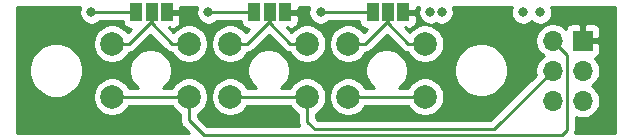
<source format=gbr>
%TF.GenerationSoftware,KiCad,Pcbnew,5.1.7-a382d34a8~88~ubuntu18.04.1*%
%TF.CreationDate,2021-06-06T23:34:09+02:00*%
%TF.ProjectId,button-board-6x6mm-3buttons,62757474-6f6e-42d6-926f-6172642d3678,v1r1*%
%TF.SameCoordinates,Original*%
%TF.FileFunction,Copper,L1,Top*%
%TF.FilePolarity,Positive*%
%FSLAX46Y46*%
G04 Gerber Fmt 4.6, Leading zero omitted, Abs format (unit mm)*
G04 Created by KiCad (PCBNEW 5.1.7-a382d34a8~88~ubuntu18.04.1) date 2021-06-06 23:34:09*
%MOMM*%
%LPD*%
G01*
G04 APERTURE LIST*
%TA.AperFunction,ComponentPad*%
%ADD10C,2.000000*%
%TD*%
%TA.AperFunction,ComponentPad*%
%ADD11O,1.700000X1.700000*%
%TD*%
%TA.AperFunction,ComponentPad*%
%ADD12R,1.700000X1.700000*%
%TD*%
%TA.AperFunction,SMDPad,CuDef*%
%ADD13R,1.000000X1.500000*%
%TD*%
%TA.AperFunction,ViaPad*%
%ADD14C,0.800000*%
%TD*%
%TA.AperFunction,Conductor*%
%ADD15C,0.250000*%
%TD*%
%TA.AperFunction,Conductor*%
%ADD16C,0.254000*%
%TD*%
%TA.AperFunction,Conductor*%
%ADD17C,0.100000*%
%TD*%
G04 APERTURE END LIST*
D10*
%TO.P,SW3,1*%
%TO.N,Net-(C3-Pad1)*%
X71750000Y-39750000D03*
%TO.P,SW3,2*%
%TO.N,Net-(C3-Pad2)*%
X71750000Y-44250000D03*
%TO.P,SW3,1*%
%TO.N,Net-(C3-Pad1)*%
X65250000Y-39750000D03*
%TO.P,SW3,2*%
%TO.N,Net-(C3-Pad2)*%
X65250000Y-44250000D03*
%TD*%
%TO.P,SW2,1*%
%TO.N,Net-(C2-Pad1)*%
X61750000Y-39750000D03*
%TO.P,SW2,2*%
%TO.N,Net-(C2-Pad2)*%
X61750000Y-44250000D03*
%TO.P,SW2,1*%
%TO.N,Net-(C2-Pad1)*%
X55250000Y-39750000D03*
%TO.P,SW2,2*%
%TO.N,Net-(C2-Pad2)*%
X55250000Y-44250000D03*
%TD*%
D11*
%TO.P,J1,6*%
%TO.N,Net-(C3-Pad2)*%
X82560000Y-44580000D03*
%TO.P,J1,5*%
%TO.N,GND*%
X85100000Y-44580000D03*
%TO.P,J1,4*%
%TO.N,Net-(C2-Pad2)*%
X82560000Y-42040000D03*
%TO.P,J1,3*%
%TO.N,Net-(J1-Pad3)*%
X85100000Y-42040000D03*
%TO.P,J1,2*%
%TO.N,Net-(C1-Pad2)*%
X82560000Y-39500000D03*
D12*
%TO.P,J1,1*%
%TO.N,VCC*%
X85100000Y-39500000D03*
%TD*%
D13*
%TO.P,JP3,1*%
%TO.N,GND*%
X67300000Y-37100000D03*
%TO.P,JP3,2*%
%TO.N,Net-(C3-Pad1)*%
X68600000Y-37100000D03*
%TO.P,JP3,3*%
%TO.N,VCC*%
X69900000Y-37100000D03*
%TD*%
%TO.P,JP2,1*%
%TO.N,GND*%
X57300000Y-37100000D03*
%TO.P,JP2,2*%
%TO.N,Net-(C2-Pad1)*%
X58600000Y-37100000D03*
%TO.P,JP2,3*%
%TO.N,VCC*%
X59900000Y-37100000D03*
%TD*%
%TO.P,JP1,1*%
%TO.N,GND*%
X47300000Y-37100000D03*
%TO.P,JP1,2*%
%TO.N,Net-(C1-Pad1)*%
X48600000Y-37100000D03*
%TO.P,JP1,3*%
%TO.N,VCC*%
X49900000Y-37100000D03*
%TD*%
D10*
%TO.P,SW1,1*%
%TO.N,Net-(C1-Pad1)*%
X51750000Y-39750000D03*
%TO.P,SW1,2*%
%TO.N,Net-(C1-Pad2)*%
X51750000Y-44250000D03*
%TO.P,SW1,1*%
%TO.N,Net-(C1-Pad1)*%
X45250000Y-39750000D03*
%TO.P,SW1,2*%
%TO.N,Net-(C1-Pad2)*%
X45250000Y-44250000D03*
%TD*%
D14*
%TO.N,GND*%
X62900000Y-37100000D03*
X53400000Y-37100000D03*
X43500000Y-37100000D03*
X81500000Y-37100000D03*
X80050000Y-37100000D03*
X73150000Y-37100000D03*
X72200000Y-37100000D03*
%TD*%
D15*
%TO.N,GND*%
X43500000Y-37100000D02*
X43500000Y-37100000D01*
X53500000Y-37100000D02*
X53500000Y-37100000D01*
X63800000Y-37100000D02*
X62900000Y-37100000D01*
X67300000Y-37100000D02*
X63800000Y-37100000D01*
X57300000Y-37100000D02*
X53400000Y-37100000D01*
X47300000Y-37100000D02*
X43500000Y-37100000D01*
%TO.N,Net-(C1-Pad2)*%
X45250000Y-44250000D02*
X51750000Y-44250000D01*
X83735001Y-47064999D02*
X83735001Y-40675001D01*
X83300000Y-47500000D02*
X83735001Y-47064999D01*
X83735001Y-40675001D02*
X82560000Y-39500000D01*
X53000000Y-47500000D02*
X83300000Y-47500000D01*
X51750000Y-46250000D02*
X53000000Y-47500000D01*
X51750000Y-44250000D02*
X51750000Y-46250000D01*
%TO.N,Net-(C1-Pad1)*%
X48600000Y-37814213D02*
X48600000Y-37100000D01*
X46664213Y-39750000D02*
X48600000Y-37814213D01*
X45250000Y-39750000D02*
X46664213Y-39750000D01*
X48600000Y-38014213D02*
X48600000Y-37100000D01*
X50335787Y-39750000D02*
X48600000Y-38014213D01*
X51750000Y-39750000D02*
X50335787Y-39750000D01*
%TO.N,Net-(C2-Pad2)*%
X55250000Y-44250000D02*
X61750000Y-44250000D01*
X61750000Y-44250000D02*
X61750000Y-46350000D01*
X61750000Y-46350000D02*
X62400000Y-47000000D01*
X77600000Y-47000000D02*
X82560000Y-42040000D01*
X62400000Y-47000000D02*
X77600000Y-47000000D01*
%TO.N,Net-(C2-Pad1)*%
X58600000Y-37814213D02*
X58600000Y-37100000D01*
X56664213Y-39750000D02*
X58600000Y-37814213D01*
X55250000Y-39750000D02*
X56664213Y-39750000D01*
X58600000Y-38014213D02*
X58600000Y-37100000D01*
X60335787Y-39750000D02*
X58600000Y-38014213D01*
X61750000Y-39750000D02*
X60335787Y-39750000D01*
%TO.N,Net-(C3-Pad2)*%
X65250000Y-44250000D02*
X71750000Y-44250000D01*
%TO.N,Net-(C3-Pad1)*%
X68600000Y-37814213D02*
X68600000Y-37100000D01*
X66664213Y-39750000D02*
X68600000Y-37814213D01*
X65250000Y-39750000D02*
X66664213Y-39750000D01*
X68600000Y-38014213D02*
X68600000Y-37100000D01*
X70335787Y-39750000D02*
X68600000Y-38014213D01*
X71750000Y-39750000D02*
X70335787Y-39750000D01*
%TD*%
D16*
%TO.N,VCC*%
X42504774Y-36798102D02*
X42465000Y-36998061D01*
X42465000Y-37201939D01*
X42504774Y-37401898D01*
X42582795Y-37590256D01*
X42696063Y-37759774D01*
X42840226Y-37903937D01*
X43009744Y-38017205D01*
X43198102Y-38095226D01*
X43398061Y-38135000D01*
X43601939Y-38135000D01*
X43801898Y-38095226D01*
X43990256Y-38017205D01*
X44159774Y-37903937D01*
X44203711Y-37860000D01*
X46162913Y-37860000D01*
X46174188Y-37974482D01*
X46210498Y-38094180D01*
X46269463Y-38204494D01*
X46348815Y-38301185D01*
X46445506Y-38380537D01*
X46555820Y-38439502D01*
X46675518Y-38475812D01*
X46800000Y-38488072D01*
X46851340Y-38488072D01*
X46564718Y-38774693D01*
X46519987Y-38707748D01*
X46292252Y-38480013D01*
X46024463Y-38301082D01*
X45726912Y-38177832D01*
X45411033Y-38115000D01*
X45088967Y-38115000D01*
X44773088Y-38177832D01*
X44475537Y-38301082D01*
X44207748Y-38480013D01*
X43980013Y-38707748D01*
X43801082Y-38975537D01*
X43677832Y-39273088D01*
X43615000Y-39588967D01*
X43615000Y-39911033D01*
X43677832Y-40226912D01*
X43801082Y-40524463D01*
X43980013Y-40792252D01*
X44207748Y-41019987D01*
X44475537Y-41198918D01*
X44773088Y-41322168D01*
X45088967Y-41385000D01*
X45411033Y-41385000D01*
X45726912Y-41322168D01*
X46024463Y-41198918D01*
X46292252Y-41019987D01*
X46519987Y-40792252D01*
X46698918Y-40524463D01*
X46705052Y-40509655D01*
X46813199Y-40499003D01*
X46956460Y-40455546D01*
X47088489Y-40384974D01*
X47204214Y-40290001D01*
X47228017Y-40260997D01*
X48500000Y-38989014D01*
X49771988Y-40261003D01*
X49795786Y-40290001D01*
X49824784Y-40313799D01*
X49911511Y-40384974D01*
X50043540Y-40455546D01*
X50186801Y-40499003D01*
X50294948Y-40509655D01*
X50301082Y-40524463D01*
X50480013Y-40792252D01*
X50707748Y-41019987D01*
X50975537Y-41198918D01*
X51273088Y-41322168D01*
X51588967Y-41385000D01*
X51911033Y-41385000D01*
X52226912Y-41322168D01*
X52524463Y-41198918D01*
X52792252Y-41019987D01*
X53019987Y-40792252D01*
X53198918Y-40524463D01*
X53322168Y-40226912D01*
X53385000Y-39911033D01*
X53385000Y-39588967D01*
X53322168Y-39273088D01*
X53198918Y-38975537D01*
X53019987Y-38707748D01*
X52792252Y-38480013D01*
X52524463Y-38301082D01*
X52226912Y-38177832D01*
X51911033Y-38115000D01*
X51588967Y-38115000D01*
X51273088Y-38177832D01*
X50975537Y-38301082D01*
X50707748Y-38480013D01*
X50480013Y-38707748D01*
X50435282Y-38774693D01*
X50027002Y-38366414D01*
X50027002Y-38326252D01*
X50185750Y-38485000D01*
X50400000Y-38488072D01*
X50524482Y-38475812D01*
X50644180Y-38439502D01*
X50754494Y-38380537D01*
X50851185Y-38301185D01*
X50930537Y-38204494D01*
X50989502Y-38094180D01*
X51025812Y-37974482D01*
X51038072Y-37850000D01*
X51035000Y-37385750D01*
X50876250Y-37227000D01*
X50027000Y-37227000D01*
X50027000Y-37247000D01*
X49773000Y-37247000D01*
X49773000Y-37227000D01*
X49753000Y-37227000D01*
X49753000Y-36973000D01*
X49773000Y-36973000D01*
X49773000Y-36953000D01*
X50027000Y-36953000D01*
X50027000Y-36973000D01*
X50876250Y-36973000D01*
X51035000Y-36814250D01*
X51036021Y-36660000D01*
X52461978Y-36660000D01*
X52404774Y-36798102D01*
X52365000Y-36998061D01*
X52365000Y-37201939D01*
X52404774Y-37401898D01*
X52482795Y-37590256D01*
X52596063Y-37759774D01*
X52740226Y-37903937D01*
X52909744Y-38017205D01*
X53098102Y-38095226D01*
X53298061Y-38135000D01*
X53501939Y-38135000D01*
X53701898Y-38095226D01*
X53890256Y-38017205D01*
X54059774Y-37903937D01*
X54103711Y-37860000D01*
X56162913Y-37860000D01*
X56174188Y-37974482D01*
X56210498Y-38094180D01*
X56269463Y-38204494D01*
X56348815Y-38301185D01*
X56445506Y-38380537D01*
X56555820Y-38439502D01*
X56675518Y-38475812D01*
X56800000Y-38488072D01*
X56851340Y-38488072D01*
X56564718Y-38774693D01*
X56519987Y-38707748D01*
X56292252Y-38480013D01*
X56024463Y-38301082D01*
X55726912Y-38177832D01*
X55411033Y-38115000D01*
X55088967Y-38115000D01*
X54773088Y-38177832D01*
X54475537Y-38301082D01*
X54207748Y-38480013D01*
X53980013Y-38707748D01*
X53801082Y-38975537D01*
X53677832Y-39273088D01*
X53615000Y-39588967D01*
X53615000Y-39911033D01*
X53677832Y-40226912D01*
X53801082Y-40524463D01*
X53980013Y-40792252D01*
X54207748Y-41019987D01*
X54475537Y-41198918D01*
X54773088Y-41322168D01*
X55088967Y-41385000D01*
X55411033Y-41385000D01*
X55726912Y-41322168D01*
X56024463Y-41198918D01*
X56292252Y-41019987D01*
X56519987Y-40792252D01*
X56698918Y-40524463D01*
X56705052Y-40509655D01*
X56813199Y-40499003D01*
X56956460Y-40455546D01*
X57088489Y-40384974D01*
X57204214Y-40290001D01*
X57228017Y-40260997D01*
X58500000Y-38989014D01*
X59771988Y-40261003D01*
X59795786Y-40290001D01*
X59824784Y-40313799D01*
X59911511Y-40384974D01*
X60043540Y-40455546D01*
X60186801Y-40499003D01*
X60294948Y-40509655D01*
X60301082Y-40524463D01*
X60480013Y-40792252D01*
X60707748Y-41019987D01*
X60975537Y-41198918D01*
X61273088Y-41322168D01*
X61588967Y-41385000D01*
X61911033Y-41385000D01*
X62226912Y-41322168D01*
X62524463Y-41198918D01*
X62792252Y-41019987D01*
X63019987Y-40792252D01*
X63198918Y-40524463D01*
X63322168Y-40226912D01*
X63385000Y-39911033D01*
X63385000Y-39588967D01*
X63322168Y-39273088D01*
X63198918Y-38975537D01*
X63019987Y-38707748D01*
X62792252Y-38480013D01*
X62524463Y-38301082D01*
X62226912Y-38177832D01*
X61911033Y-38115000D01*
X61588967Y-38115000D01*
X61273088Y-38177832D01*
X60975537Y-38301082D01*
X60707748Y-38480013D01*
X60480013Y-38707748D01*
X60435282Y-38774693D01*
X60027002Y-38366414D01*
X60027002Y-38326252D01*
X60185750Y-38485000D01*
X60400000Y-38488072D01*
X60524482Y-38475812D01*
X60644180Y-38439502D01*
X60754494Y-38380537D01*
X60851185Y-38301185D01*
X60930537Y-38204494D01*
X60989502Y-38094180D01*
X61025812Y-37974482D01*
X61038072Y-37850000D01*
X61035000Y-37385750D01*
X60876250Y-37227000D01*
X60027000Y-37227000D01*
X60027000Y-37247000D01*
X59773000Y-37247000D01*
X59773000Y-37227000D01*
X59753000Y-37227000D01*
X59753000Y-36973000D01*
X59773000Y-36973000D01*
X59773000Y-36953000D01*
X60027000Y-36953000D01*
X60027000Y-36973000D01*
X60876250Y-36973000D01*
X61035000Y-36814250D01*
X61036021Y-36660000D01*
X61961978Y-36660000D01*
X61904774Y-36798102D01*
X61865000Y-36998061D01*
X61865000Y-37201939D01*
X61904774Y-37401898D01*
X61982795Y-37590256D01*
X62096063Y-37759774D01*
X62240226Y-37903937D01*
X62409744Y-38017205D01*
X62598102Y-38095226D01*
X62798061Y-38135000D01*
X63001939Y-38135000D01*
X63201898Y-38095226D01*
X63390256Y-38017205D01*
X63559774Y-37903937D01*
X63603711Y-37860000D01*
X66162913Y-37860000D01*
X66174188Y-37974482D01*
X66210498Y-38094180D01*
X66269463Y-38204494D01*
X66348815Y-38301185D01*
X66445506Y-38380537D01*
X66555820Y-38439502D01*
X66675518Y-38475812D01*
X66800000Y-38488072D01*
X66851340Y-38488072D01*
X66564718Y-38774693D01*
X66519987Y-38707748D01*
X66292252Y-38480013D01*
X66024463Y-38301082D01*
X65726912Y-38177832D01*
X65411033Y-38115000D01*
X65088967Y-38115000D01*
X64773088Y-38177832D01*
X64475537Y-38301082D01*
X64207748Y-38480013D01*
X63980013Y-38707748D01*
X63801082Y-38975537D01*
X63677832Y-39273088D01*
X63615000Y-39588967D01*
X63615000Y-39911033D01*
X63677832Y-40226912D01*
X63801082Y-40524463D01*
X63980013Y-40792252D01*
X64207748Y-41019987D01*
X64475537Y-41198918D01*
X64773088Y-41322168D01*
X65088967Y-41385000D01*
X65411033Y-41385000D01*
X65726912Y-41322168D01*
X66024463Y-41198918D01*
X66292252Y-41019987D01*
X66519987Y-40792252D01*
X66698918Y-40524463D01*
X66705052Y-40509655D01*
X66813199Y-40499003D01*
X66956460Y-40455546D01*
X67088489Y-40384974D01*
X67204214Y-40290001D01*
X67228017Y-40260997D01*
X68500000Y-38989014D01*
X69771988Y-40261003D01*
X69795786Y-40290001D01*
X69824784Y-40313799D01*
X69911511Y-40384974D01*
X70043540Y-40455546D01*
X70186801Y-40499003D01*
X70294948Y-40509655D01*
X70301082Y-40524463D01*
X70480013Y-40792252D01*
X70707748Y-41019987D01*
X70975537Y-41198918D01*
X71273088Y-41322168D01*
X71588967Y-41385000D01*
X71911033Y-41385000D01*
X72226912Y-41322168D01*
X72524463Y-41198918D01*
X72792252Y-41019987D01*
X73019987Y-40792252D01*
X73198918Y-40524463D01*
X73322168Y-40226912D01*
X73385000Y-39911033D01*
X73385000Y-39588967D01*
X73322168Y-39273088D01*
X73198918Y-38975537D01*
X73019987Y-38707748D01*
X72792252Y-38480013D01*
X72524463Y-38301082D01*
X72226912Y-38177832D01*
X71911033Y-38115000D01*
X71588967Y-38115000D01*
X71273088Y-38177832D01*
X70975537Y-38301082D01*
X70707748Y-38480013D01*
X70480013Y-38707748D01*
X70435282Y-38774693D01*
X70027002Y-38366414D01*
X70027002Y-38326252D01*
X70185750Y-38485000D01*
X70400000Y-38488072D01*
X70524482Y-38475812D01*
X70644180Y-38439502D01*
X70754494Y-38380537D01*
X70851185Y-38301185D01*
X70930537Y-38204494D01*
X70989502Y-38094180D01*
X71025812Y-37974482D01*
X71038072Y-37850000D01*
X71035000Y-37385750D01*
X70876250Y-37227000D01*
X70027000Y-37227000D01*
X70027000Y-37247000D01*
X69773000Y-37247000D01*
X69773000Y-37227000D01*
X69753000Y-37227000D01*
X69753000Y-36973000D01*
X69773000Y-36973000D01*
X69773000Y-36953000D01*
X70027000Y-36953000D01*
X70027000Y-36973000D01*
X70876250Y-36973000D01*
X71035000Y-36814250D01*
X71036021Y-36660000D01*
X71261978Y-36660000D01*
X71204774Y-36798102D01*
X71165000Y-36998061D01*
X71165000Y-37201939D01*
X71204774Y-37401898D01*
X71282795Y-37590256D01*
X71396063Y-37759774D01*
X71540226Y-37903937D01*
X71709744Y-38017205D01*
X71898102Y-38095226D01*
X72098061Y-38135000D01*
X72301939Y-38135000D01*
X72501898Y-38095226D01*
X72675000Y-38023524D01*
X72848102Y-38095226D01*
X73048061Y-38135000D01*
X73251939Y-38135000D01*
X73451898Y-38095226D01*
X73640256Y-38017205D01*
X73809774Y-37903937D01*
X73953937Y-37759774D01*
X74067205Y-37590256D01*
X74145226Y-37401898D01*
X74185000Y-37201939D01*
X74185000Y-36998061D01*
X74145226Y-36798102D01*
X74088022Y-36660000D01*
X79111978Y-36660000D01*
X79054774Y-36798102D01*
X79015000Y-36998061D01*
X79015000Y-37201939D01*
X79054774Y-37401898D01*
X79132795Y-37590256D01*
X79246063Y-37759774D01*
X79390226Y-37903937D01*
X79559744Y-38017205D01*
X79748102Y-38095226D01*
X79948061Y-38135000D01*
X80151939Y-38135000D01*
X80351898Y-38095226D01*
X80540256Y-38017205D01*
X80709774Y-37903937D01*
X80775000Y-37838711D01*
X80840226Y-37903937D01*
X81009744Y-38017205D01*
X81198102Y-38095226D01*
X81398061Y-38135000D01*
X81601939Y-38135000D01*
X81801898Y-38095226D01*
X81990256Y-38017205D01*
X82159774Y-37903937D01*
X82303937Y-37759774D01*
X82417205Y-37590256D01*
X82495226Y-37401898D01*
X82535000Y-37201939D01*
X82535000Y-36998061D01*
X82495226Y-36798102D01*
X82438022Y-36660000D01*
X87840000Y-36660000D01*
X87840001Y-47340000D01*
X84445778Y-47340000D01*
X84484004Y-47213985D01*
X84495001Y-47102332D01*
X84495001Y-47102323D01*
X84498677Y-47065000D01*
X84495001Y-47027677D01*
X84495001Y-45936753D01*
X84666842Y-46007932D01*
X84953740Y-46065000D01*
X85246260Y-46065000D01*
X85533158Y-46007932D01*
X85803411Y-45895990D01*
X86046632Y-45733475D01*
X86253475Y-45526632D01*
X86415990Y-45283411D01*
X86527932Y-45013158D01*
X86585000Y-44726260D01*
X86585000Y-44433740D01*
X86527932Y-44146842D01*
X86415990Y-43876589D01*
X86253475Y-43633368D01*
X86046632Y-43426525D01*
X85872240Y-43310000D01*
X86046632Y-43193475D01*
X86253475Y-42986632D01*
X86415990Y-42743411D01*
X86527932Y-42473158D01*
X86585000Y-42186260D01*
X86585000Y-41893740D01*
X86527932Y-41606842D01*
X86415990Y-41336589D01*
X86253475Y-41093368D01*
X86121620Y-40961513D01*
X86194180Y-40939502D01*
X86304494Y-40880537D01*
X86401185Y-40801185D01*
X86480537Y-40704494D01*
X86539502Y-40594180D01*
X86575812Y-40474482D01*
X86588072Y-40350000D01*
X86585000Y-39785750D01*
X86426250Y-39627000D01*
X85227000Y-39627000D01*
X85227000Y-39647000D01*
X84973000Y-39647000D01*
X84973000Y-39627000D01*
X84953000Y-39627000D01*
X84953000Y-39373000D01*
X84973000Y-39373000D01*
X84973000Y-38173750D01*
X85227000Y-38173750D01*
X85227000Y-39373000D01*
X86426250Y-39373000D01*
X86585000Y-39214250D01*
X86588072Y-38650000D01*
X86575812Y-38525518D01*
X86539502Y-38405820D01*
X86480537Y-38295506D01*
X86401185Y-38198815D01*
X86304494Y-38119463D01*
X86194180Y-38060498D01*
X86074482Y-38024188D01*
X85950000Y-38011928D01*
X85385750Y-38015000D01*
X85227000Y-38173750D01*
X84973000Y-38173750D01*
X84814250Y-38015000D01*
X84250000Y-38011928D01*
X84125518Y-38024188D01*
X84005820Y-38060498D01*
X83895506Y-38119463D01*
X83798815Y-38198815D01*
X83719463Y-38295506D01*
X83660498Y-38405820D01*
X83638487Y-38478380D01*
X83506632Y-38346525D01*
X83263411Y-38184010D01*
X82993158Y-38072068D01*
X82706260Y-38015000D01*
X82413740Y-38015000D01*
X82126842Y-38072068D01*
X81856589Y-38184010D01*
X81613368Y-38346525D01*
X81406525Y-38553368D01*
X81244010Y-38796589D01*
X81132068Y-39066842D01*
X81075000Y-39353740D01*
X81075000Y-39646260D01*
X81132068Y-39933158D01*
X81244010Y-40203411D01*
X81406525Y-40446632D01*
X81613368Y-40653475D01*
X81787760Y-40770000D01*
X81613368Y-40886525D01*
X81406525Y-41093368D01*
X81244010Y-41336589D01*
X81132068Y-41606842D01*
X81075000Y-41893740D01*
X81075000Y-42186260D01*
X81118790Y-42406408D01*
X77285199Y-46240000D01*
X62714802Y-46240000D01*
X62510000Y-46035199D01*
X62510000Y-45704909D01*
X62524463Y-45698918D01*
X62792252Y-45519987D01*
X63019987Y-45292252D01*
X63198918Y-45024463D01*
X63322168Y-44726912D01*
X63385000Y-44411033D01*
X63385000Y-44088967D01*
X63615000Y-44088967D01*
X63615000Y-44411033D01*
X63677832Y-44726912D01*
X63801082Y-45024463D01*
X63980013Y-45292252D01*
X64207748Y-45519987D01*
X64475537Y-45698918D01*
X64773088Y-45822168D01*
X65088967Y-45885000D01*
X65411033Y-45885000D01*
X65726912Y-45822168D01*
X66024463Y-45698918D01*
X66292252Y-45519987D01*
X66519987Y-45292252D01*
X66698918Y-45024463D01*
X66704909Y-45010000D01*
X70295091Y-45010000D01*
X70301082Y-45024463D01*
X70480013Y-45292252D01*
X70707748Y-45519987D01*
X70975537Y-45698918D01*
X71273088Y-45822168D01*
X71588967Y-45885000D01*
X71911033Y-45885000D01*
X72226912Y-45822168D01*
X72524463Y-45698918D01*
X72792252Y-45519987D01*
X73019987Y-45292252D01*
X73198918Y-45024463D01*
X73322168Y-44726912D01*
X73385000Y-44411033D01*
X73385000Y-44088967D01*
X73322168Y-43773088D01*
X73198918Y-43475537D01*
X73019987Y-43207748D01*
X72792252Y-42980013D01*
X72524463Y-42801082D01*
X72226912Y-42677832D01*
X71911033Y-42615000D01*
X71588967Y-42615000D01*
X71273088Y-42677832D01*
X70975537Y-42801082D01*
X70707748Y-42980013D01*
X70480013Y-43207748D01*
X70301082Y-43475537D01*
X70295091Y-43490000D01*
X69548109Y-43490000D01*
X69660940Y-43414609D01*
X69914609Y-43160940D01*
X70113916Y-42862656D01*
X70251201Y-42531221D01*
X70321188Y-42179371D01*
X70321188Y-41820629D01*
X70312415Y-41776521D01*
X74230979Y-41776521D01*
X74230979Y-42223479D01*
X74318176Y-42661849D01*
X74489220Y-43074785D01*
X74737536Y-43446417D01*
X75053583Y-43762464D01*
X75425215Y-44010780D01*
X75838151Y-44181824D01*
X76276521Y-44269021D01*
X76723479Y-44269021D01*
X77161849Y-44181824D01*
X77574785Y-44010780D01*
X77946417Y-43762464D01*
X78262464Y-43446417D01*
X78510780Y-43074785D01*
X78681824Y-42661849D01*
X78769021Y-42223479D01*
X78769021Y-41776521D01*
X78681824Y-41338151D01*
X78510780Y-40925215D01*
X78262464Y-40553583D01*
X77946417Y-40237536D01*
X77574785Y-39989220D01*
X77161849Y-39818176D01*
X76723479Y-39730979D01*
X76276521Y-39730979D01*
X75838151Y-39818176D01*
X75425215Y-39989220D01*
X75053583Y-40237536D01*
X74737536Y-40553583D01*
X74489220Y-40925215D01*
X74318176Y-41338151D01*
X74230979Y-41776521D01*
X70312415Y-41776521D01*
X70251201Y-41468779D01*
X70113916Y-41137344D01*
X69914609Y-40839060D01*
X69660940Y-40585391D01*
X69362656Y-40386084D01*
X69031221Y-40248799D01*
X68679371Y-40178812D01*
X68320629Y-40178812D01*
X67968779Y-40248799D01*
X67637344Y-40386084D01*
X67339060Y-40585391D01*
X67085391Y-40839060D01*
X66886084Y-41137344D01*
X66748799Y-41468779D01*
X66678812Y-41820629D01*
X66678812Y-42179371D01*
X66748799Y-42531221D01*
X66886084Y-42862656D01*
X67085391Y-43160940D01*
X67339060Y-43414609D01*
X67451891Y-43490000D01*
X66704909Y-43490000D01*
X66698918Y-43475537D01*
X66519987Y-43207748D01*
X66292252Y-42980013D01*
X66024463Y-42801082D01*
X65726912Y-42677832D01*
X65411033Y-42615000D01*
X65088967Y-42615000D01*
X64773088Y-42677832D01*
X64475537Y-42801082D01*
X64207748Y-42980013D01*
X63980013Y-43207748D01*
X63801082Y-43475537D01*
X63677832Y-43773088D01*
X63615000Y-44088967D01*
X63385000Y-44088967D01*
X63322168Y-43773088D01*
X63198918Y-43475537D01*
X63019987Y-43207748D01*
X62792252Y-42980013D01*
X62524463Y-42801082D01*
X62226912Y-42677832D01*
X61911033Y-42615000D01*
X61588967Y-42615000D01*
X61273088Y-42677832D01*
X60975537Y-42801082D01*
X60707748Y-42980013D01*
X60480013Y-43207748D01*
X60301082Y-43475537D01*
X60295091Y-43490000D01*
X59548109Y-43490000D01*
X59660940Y-43414609D01*
X59914609Y-43160940D01*
X60113916Y-42862656D01*
X60251201Y-42531221D01*
X60321188Y-42179371D01*
X60321188Y-41820629D01*
X60251201Y-41468779D01*
X60113916Y-41137344D01*
X59914609Y-40839060D01*
X59660940Y-40585391D01*
X59362656Y-40386084D01*
X59031221Y-40248799D01*
X58679371Y-40178812D01*
X58320629Y-40178812D01*
X57968779Y-40248799D01*
X57637344Y-40386084D01*
X57339060Y-40585391D01*
X57085391Y-40839060D01*
X56886084Y-41137344D01*
X56748799Y-41468779D01*
X56678812Y-41820629D01*
X56678812Y-42179371D01*
X56748799Y-42531221D01*
X56886084Y-42862656D01*
X57085391Y-43160940D01*
X57339060Y-43414609D01*
X57451891Y-43490000D01*
X56704909Y-43490000D01*
X56698918Y-43475537D01*
X56519987Y-43207748D01*
X56292252Y-42980013D01*
X56024463Y-42801082D01*
X55726912Y-42677832D01*
X55411033Y-42615000D01*
X55088967Y-42615000D01*
X54773088Y-42677832D01*
X54475537Y-42801082D01*
X54207748Y-42980013D01*
X53980013Y-43207748D01*
X53801082Y-43475537D01*
X53677832Y-43773088D01*
X53615000Y-44088967D01*
X53615000Y-44411033D01*
X53677832Y-44726912D01*
X53801082Y-45024463D01*
X53980013Y-45292252D01*
X54207748Y-45519987D01*
X54475537Y-45698918D01*
X54773088Y-45822168D01*
X55088967Y-45885000D01*
X55411033Y-45885000D01*
X55726912Y-45822168D01*
X56024463Y-45698918D01*
X56292252Y-45519987D01*
X56519987Y-45292252D01*
X56698918Y-45024463D01*
X56704909Y-45010000D01*
X60295091Y-45010000D01*
X60301082Y-45024463D01*
X60480013Y-45292252D01*
X60707748Y-45519987D01*
X60975537Y-45698918D01*
X60990001Y-45704909D01*
X60990001Y-46312668D01*
X60986324Y-46350000D01*
X61000998Y-46498985D01*
X61044454Y-46642246D01*
X61096705Y-46740000D01*
X53314802Y-46740000D01*
X52510000Y-45935199D01*
X52510000Y-45704909D01*
X52524463Y-45698918D01*
X52792252Y-45519987D01*
X53019987Y-45292252D01*
X53198918Y-45024463D01*
X53322168Y-44726912D01*
X53385000Y-44411033D01*
X53385000Y-44088967D01*
X53322168Y-43773088D01*
X53198918Y-43475537D01*
X53019987Y-43207748D01*
X52792252Y-42980013D01*
X52524463Y-42801082D01*
X52226912Y-42677832D01*
X51911033Y-42615000D01*
X51588967Y-42615000D01*
X51273088Y-42677832D01*
X50975537Y-42801082D01*
X50707748Y-42980013D01*
X50480013Y-43207748D01*
X50301082Y-43475537D01*
X50295091Y-43490000D01*
X49548109Y-43490000D01*
X49660940Y-43414609D01*
X49914609Y-43160940D01*
X50113916Y-42862656D01*
X50251201Y-42531221D01*
X50321188Y-42179371D01*
X50321188Y-41820629D01*
X50251201Y-41468779D01*
X50113916Y-41137344D01*
X49914609Y-40839060D01*
X49660940Y-40585391D01*
X49362656Y-40386084D01*
X49031221Y-40248799D01*
X48679371Y-40178812D01*
X48320629Y-40178812D01*
X47968779Y-40248799D01*
X47637344Y-40386084D01*
X47339060Y-40585391D01*
X47085391Y-40839060D01*
X46886084Y-41137344D01*
X46748799Y-41468779D01*
X46678812Y-41820629D01*
X46678812Y-42179371D01*
X46748799Y-42531221D01*
X46886084Y-42862656D01*
X47085391Y-43160940D01*
X47339060Y-43414609D01*
X47451891Y-43490000D01*
X46704909Y-43490000D01*
X46698918Y-43475537D01*
X46519987Y-43207748D01*
X46292252Y-42980013D01*
X46024463Y-42801082D01*
X45726912Y-42677832D01*
X45411033Y-42615000D01*
X45088967Y-42615000D01*
X44773088Y-42677832D01*
X44475537Y-42801082D01*
X44207748Y-42980013D01*
X43980013Y-43207748D01*
X43801082Y-43475537D01*
X43677832Y-43773088D01*
X43615000Y-44088967D01*
X43615000Y-44411033D01*
X43677832Y-44726912D01*
X43801082Y-45024463D01*
X43980013Y-45292252D01*
X44207748Y-45519987D01*
X44475537Y-45698918D01*
X44773088Y-45822168D01*
X45088967Y-45885000D01*
X45411033Y-45885000D01*
X45726912Y-45822168D01*
X46024463Y-45698918D01*
X46292252Y-45519987D01*
X46519987Y-45292252D01*
X46698918Y-45024463D01*
X46704909Y-45010000D01*
X50295091Y-45010000D01*
X50301082Y-45024463D01*
X50480013Y-45292252D01*
X50707748Y-45519987D01*
X50975537Y-45698918D01*
X50990001Y-45704909D01*
X50990001Y-46212668D01*
X50986324Y-46250000D01*
X51000998Y-46398985D01*
X51044454Y-46542246D01*
X51115026Y-46674276D01*
X51168965Y-46740000D01*
X51210000Y-46790001D01*
X51238998Y-46813799D01*
X51765199Y-47340000D01*
X37160000Y-47340000D01*
X37160000Y-41771620D01*
X38181220Y-41771620D01*
X38181220Y-42228380D01*
X38270329Y-42676363D01*
X38445123Y-43098354D01*
X38698886Y-43478136D01*
X39021864Y-43801114D01*
X39401646Y-44054877D01*
X39823637Y-44229671D01*
X40271620Y-44318780D01*
X40728380Y-44318780D01*
X41176363Y-44229671D01*
X41598354Y-44054877D01*
X41978136Y-43801114D01*
X42301114Y-43478136D01*
X42554877Y-43098354D01*
X42729671Y-42676363D01*
X42818780Y-42228380D01*
X42818780Y-41771620D01*
X42729671Y-41323637D01*
X42554877Y-40901646D01*
X42301114Y-40521864D01*
X41978136Y-40198886D01*
X41598354Y-39945123D01*
X41176363Y-39770329D01*
X40728380Y-39681220D01*
X40271620Y-39681220D01*
X39823637Y-39770329D01*
X39401646Y-39945123D01*
X39021864Y-40198886D01*
X38698886Y-40521864D01*
X38445123Y-40901646D01*
X38270329Y-41323637D01*
X38181220Y-41771620D01*
X37160000Y-41771620D01*
X37160000Y-36667275D01*
X37160666Y-36660487D01*
X37165301Y-36660000D01*
X42561978Y-36660000D01*
X42504774Y-36798102D01*
%TA.AperFunction,Conductor*%
D17*
G36*
X42504774Y-36798102D02*
G01*
X42465000Y-36998061D01*
X42465000Y-37201939D01*
X42504774Y-37401898D01*
X42582795Y-37590256D01*
X42696063Y-37759774D01*
X42840226Y-37903937D01*
X43009744Y-38017205D01*
X43198102Y-38095226D01*
X43398061Y-38135000D01*
X43601939Y-38135000D01*
X43801898Y-38095226D01*
X43990256Y-38017205D01*
X44159774Y-37903937D01*
X44203711Y-37860000D01*
X46162913Y-37860000D01*
X46174188Y-37974482D01*
X46210498Y-38094180D01*
X46269463Y-38204494D01*
X46348815Y-38301185D01*
X46445506Y-38380537D01*
X46555820Y-38439502D01*
X46675518Y-38475812D01*
X46800000Y-38488072D01*
X46851340Y-38488072D01*
X46564718Y-38774693D01*
X46519987Y-38707748D01*
X46292252Y-38480013D01*
X46024463Y-38301082D01*
X45726912Y-38177832D01*
X45411033Y-38115000D01*
X45088967Y-38115000D01*
X44773088Y-38177832D01*
X44475537Y-38301082D01*
X44207748Y-38480013D01*
X43980013Y-38707748D01*
X43801082Y-38975537D01*
X43677832Y-39273088D01*
X43615000Y-39588967D01*
X43615000Y-39911033D01*
X43677832Y-40226912D01*
X43801082Y-40524463D01*
X43980013Y-40792252D01*
X44207748Y-41019987D01*
X44475537Y-41198918D01*
X44773088Y-41322168D01*
X45088967Y-41385000D01*
X45411033Y-41385000D01*
X45726912Y-41322168D01*
X46024463Y-41198918D01*
X46292252Y-41019987D01*
X46519987Y-40792252D01*
X46698918Y-40524463D01*
X46705052Y-40509655D01*
X46813199Y-40499003D01*
X46956460Y-40455546D01*
X47088489Y-40384974D01*
X47204214Y-40290001D01*
X47228017Y-40260997D01*
X48500000Y-38989014D01*
X49771988Y-40261003D01*
X49795786Y-40290001D01*
X49824784Y-40313799D01*
X49911511Y-40384974D01*
X50043540Y-40455546D01*
X50186801Y-40499003D01*
X50294948Y-40509655D01*
X50301082Y-40524463D01*
X50480013Y-40792252D01*
X50707748Y-41019987D01*
X50975537Y-41198918D01*
X51273088Y-41322168D01*
X51588967Y-41385000D01*
X51911033Y-41385000D01*
X52226912Y-41322168D01*
X52524463Y-41198918D01*
X52792252Y-41019987D01*
X53019987Y-40792252D01*
X53198918Y-40524463D01*
X53322168Y-40226912D01*
X53385000Y-39911033D01*
X53385000Y-39588967D01*
X53322168Y-39273088D01*
X53198918Y-38975537D01*
X53019987Y-38707748D01*
X52792252Y-38480013D01*
X52524463Y-38301082D01*
X52226912Y-38177832D01*
X51911033Y-38115000D01*
X51588967Y-38115000D01*
X51273088Y-38177832D01*
X50975537Y-38301082D01*
X50707748Y-38480013D01*
X50480013Y-38707748D01*
X50435282Y-38774693D01*
X50027002Y-38366414D01*
X50027002Y-38326252D01*
X50185750Y-38485000D01*
X50400000Y-38488072D01*
X50524482Y-38475812D01*
X50644180Y-38439502D01*
X50754494Y-38380537D01*
X50851185Y-38301185D01*
X50930537Y-38204494D01*
X50989502Y-38094180D01*
X51025812Y-37974482D01*
X51038072Y-37850000D01*
X51035000Y-37385750D01*
X50876250Y-37227000D01*
X50027000Y-37227000D01*
X50027000Y-37247000D01*
X49773000Y-37247000D01*
X49773000Y-37227000D01*
X49753000Y-37227000D01*
X49753000Y-36973000D01*
X49773000Y-36973000D01*
X49773000Y-36953000D01*
X50027000Y-36953000D01*
X50027000Y-36973000D01*
X50876250Y-36973000D01*
X51035000Y-36814250D01*
X51036021Y-36660000D01*
X52461978Y-36660000D01*
X52404774Y-36798102D01*
X52365000Y-36998061D01*
X52365000Y-37201939D01*
X52404774Y-37401898D01*
X52482795Y-37590256D01*
X52596063Y-37759774D01*
X52740226Y-37903937D01*
X52909744Y-38017205D01*
X53098102Y-38095226D01*
X53298061Y-38135000D01*
X53501939Y-38135000D01*
X53701898Y-38095226D01*
X53890256Y-38017205D01*
X54059774Y-37903937D01*
X54103711Y-37860000D01*
X56162913Y-37860000D01*
X56174188Y-37974482D01*
X56210498Y-38094180D01*
X56269463Y-38204494D01*
X56348815Y-38301185D01*
X56445506Y-38380537D01*
X56555820Y-38439502D01*
X56675518Y-38475812D01*
X56800000Y-38488072D01*
X56851340Y-38488072D01*
X56564718Y-38774693D01*
X56519987Y-38707748D01*
X56292252Y-38480013D01*
X56024463Y-38301082D01*
X55726912Y-38177832D01*
X55411033Y-38115000D01*
X55088967Y-38115000D01*
X54773088Y-38177832D01*
X54475537Y-38301082D01*
X54207748Y-38480013D01*
X53980013Y-38707748D01*
X53801082Y-38975537D01*
X53677832Y-39273088D01*
X53615000Y-39588967D01*
X53615000Y-39911033D01*
X53677832Y-40226912D01*
X53801082Y-40524463D01*
X53980013Y-40792252D01*
X54207748Y-41019987D01*
X54475537Y-41198918D01*
X54773088Y-41322168D01*
X55088967Y-41385000D01*
X55411033Y-41385000D01*
X55726912Y-41322168D01*
X56024463Y-41198918D01*
X56292252Y-41019987D01*
X56519987Y-40792252D01*
X56698918Y-40524463D01*
X56705052Y-40509655D01*
X56813199Y-40499003D01*
X56956460Y-40455546D01*
X57088489Y-40384974D01*
X57204214Y-40290001D01*
X57228017Y-40260997D01*
X58500000Y-38989014D01*
X59771988Y-40261003D01*
X59795786Y-40290001D01*
X59824784Y-40313799D01*
X59911511Y-40384974D01*
X60043540Y-40455546D01*
X60186801Y-40499003D01*
X60294948Y-40509655D01*
X60301082Y-40524463D01*
X60480013Y-40792252D01*
X60707748Y-41019987D01*
X60975537Y-41198918D01*
X61273088Y-41322168D01*
X61588967Y-41385000D01*
X61911033Y-41385000D01*
X62226912Y-41322168D01*
X62524463Y-41198918D01*
X62792252Y-41019987D01*
X63019987Y-40792252D01*
X63198918Y-40524463D01*
X63322168Y-40226912D01*
X63385000Y-39911033D01*
X63385000Y-39588967D01*
X63322168Y-39273088D01*
X63198918Y-38975537D01*
X63019987Y-38707748D01*
X62792252Y-38480013D01*
X62524463Y-38301082D01*
X62226912Y-38177832D01*
X61911033Y-38115000D01*
X61588967Y-38115000D01*
X61273088Y-38177832D01*
X60975537Y-38301082D01*
X60707748Y-38480013D01*
X60480013Y-38707748D01*
X60435282Y-38774693D01*
X60027002Y-38366414D01*
X60027002Y-38326252D01*
X60185750Y-38485000D01*
X60400000Y-38488072D01*
X60524482Y-38475812D01*
X60644180Y-38439502D01*
X60754494Y-38380537D01*
X60851185Y-38301185D01*
X60930537Y-38204494D01*
X60989502Y-38094180D01*
X61025812Y-37974482D01*
X61038072Y-37850000D01*
X61035000Y-37385750D01*
X60876250Y-37227000D01*
X60027000Y-37227000D01*
X60027000Y-37247000D01*
X59773000Y-37247000D01*
X59773000Y-37227000D01*
X59753000Y-37227000D01*
X59753000Y-36973000D01*
X59773000Y-36973000D01*
X59773000Y-36953000D01*
X60027000Y-36953000D01*
X60027000Y-36973000D01*
X60876250Y-36973000D01*
X61035000Y-36814250D01*
X61036021Y-36660000D01*
X61961978Y-36660000D01*
X61904774Y-36798102D01*
X61865000Y-36998061D01*
X61865000Y-37201939D01*
X61904774Y-37401898D01*
X61982795Y-37590256D01*
X62096063Y-37759774D01*
X62240226Y-37903937D01*
X62409744Y-38017205D01*
X62598102Y-38095226D01*
X62798061Y-38135000D01*
X63001939Y-38135000D01*
X63201898Y-38095226D01*
X63390256Y-38017205D01*
X63559774Y-37903937D01*
X63603711Y-37860000D01*
X66162913Y-37860000D01*
X66174188Y-37974482D01*
X66210498Y-38094180D01*
X66269463Y-38204494D01*
X66348815Y-38301185D01*
X66445506Y-38380537D01*
X66555820Y-38439502D01*
X66675518Y-38475812D01*
X66800000Y-38488072D01*
X66851340Y-38488072D01*
X66564718Y-38774693D01*
X66519987Y-38707748D01*
X66292252Y-38480013D01*
X66024463Y-38301082D01*
X65726912Y-38177832D01*
X65411033Y-38115000D01*
X65088967Y-38115000D01*
X64773088Y-38177832D01*
X64475537Y-38301082D01*
X64207748Y-38480013D01*
X63980013Y-38707748D01*
X63801082Y-38975537D01*
X63677832Y-39273088D01*
X63615000Y-39588967D01*
X63615000Y-39911033D01*
X63677832Y-40226912D01*
X63801082Y-40524463D01*
X63980013Y-40792252D01*
X64207748Y-41019987D01*
X64475537Y-41198918D01*
X64773088Y-41322168D01*
X65088967Y-41385000D01*
X65411033Y-41385000D01*
X65726912Y-41322168D01*
X66024463Y-41198918D01*
X66292252Y-41019987D01*
X66519987Y-40792252D01*
X66698918Y-40524463D01*
X66705052Y-40509655D01*
X66813199Y-40499003D01*
X66956460Y-40455546D01*
X67088489Y-40384974D01*
X67204214Y-40290001D01*
X67228017Y-40260997D01*
X68500000Y-38989014D01*
X69771988Y-40261003D01*
X69795786Y-40290001D01*
X69824784Y-40313799D01*
X69911511Y-40384974D01*
X70043540Y-40455546D01*
X70186801Y-40499003D01*
X70294948Y-40509655D01*
X70301082Y-40524463D01*
X70480013Y-40792252D01*
X70707748Y-41019987D01*
X70975537Y-41198918D01*
X71273088Y-41322168D01*
X71588967Y-41385000D01*
X71911033Y-41385000D01*
X72226912Y-41322168D01*
X72524463Y-41198918D01*
X72792252Y-41019987D01*
X73019987Y-40792252D01*
X73198918Y-40524463D01*
X73322168Y-40226912D01*
X73385000Y-39911033D01*
X73385000Y-39588967D01*
X73322168Y-39273088D01*
X73198918Y-38975537D01*
X73019987Y-38707748D01*
X72792252Y-38480013D01*
X72524463Y-38301082D01*
X72226912Y-38177832D01*
X71911033Y-38115000D01*
X71588967Y-38115000D01*
X71273088Y-38177832D01*
X70975537Y-38301082D01*
X70707748Y-38480013D01*
X70480013Y-38707748D01*
X70435282Y-38774693D01*
X70027002Y-38366414D01*
X70027002Y-38326252D01*
X70185750Y-38485000D01*
X70400000Y-38488072D01*
X70524482Y-38475812D01*
X70644180Y-38439502D01*
X70754494Y-38380537D01*
X70851185Y-38301185D01*
X70930537Y-38204494D01*
X70989502Y-38094180D01*
X71025812Y-37974482D01*
X71038072Y-37850000D01*
X71035000Y-37385750D01*
X70876250Y-37227000D01*
X70027000Y-37227000D01*
X70027000Y-37247000D01*
X69773000Y-37247000D01*
X69773000Y-37227000D01*
X69753000Y-37227000D01*
X69753000Y-36973000D01*
X69773000Y-36973000D01*
X69773000Y-36953000D01*
X70027000Y-36953000D01*
X70027000Y-36973000D01*
X70876250Y-36973000D01*
X71035000Y-36814250D01*
X71036021Y-36660000D01*
X71261978Y-36660000D01*
X71204774Y-36798102D01*
X71165000Y-36998061D01*
X71165000Y-37201939D01*
X71204774Y-37401898D01*
X71282795Y-37590256D01*
X71396063Y-37759774D01*
X71540226Y-37903937D01*
X71709744Y-38017205D01*
X71898102Y-38095226D01*
X72098061Y-38135000D01*
X72301939Y-38135000D01*
X72501898Y-38095226D01*
X72675000Y-38023524D01*
X72848102Y-38095226D01*
X73048061Y-38135000D01*
X73251939Y-38135000D01*
X73451898Y-38095226D01*
X73640256Y-38017205D01*
X73809774Y-37903937D01*
X73953937Y-37759774D01*
X74067205Y-37590256D01*
X74145226Y-37401898D01*
X74185000Y-37201939D01*
X74185000Y-36998061D01*
X74145226Y-36798102D01*
X74088022Y-36660000D01*
X79111978Y-36660000D01*
X79054774Y-36798102D01*
X79015000Y-36998061D01*
X79015000Y-37201939D01*
X79054774Y-37401898D01*
X79132795Y-37590256D01*
X79246063Y-37759774D01*
X79390226Y-37903937D01*
X79559744Y-38017205D01*
X79748102Y-38095226D01*
X79948061Y-38135000D01*
X80151939Y-38135000D01*
X80351898Y-38095226D01*
X80540256Y-38017205D01*
X80709774Y-37903937D01*
X80775000Y-37838711D01*
X80840226Y-37903937D01*
X81009744Y-38017205D01*
X81198102Y-38095226D01*
X81398061Y-38135000D01*
X81601939Y-38135000D01*
X81801898Y-38095226D01*
X81990256Y-38017205D01*
X82159774Y-37903937D01*
X82303937Y-37759774D01*
X82417205Y-37590256D01*
X82495226Y-37401898D01*
X82535000Y-37201939D01*
X82535000Y-36998061D01*
X82495226Y-36798102D01*
X82438022Y-36660000D01*
X87840000Y-36660000D01*
X87840001Y-47340000D01*
X84445778Y-47340000D01*
X84484004Y-47213985D01*
X84495001Y-47102332D01*
X84495001Y-47102323D01*
X84498677Y-47065000D01*
X84495001Y-47027677D01*
X84495001Y-45936753D01*
X84666842Y-46007932D01*
X84953740Y-46065000D01*
X85246260Y-46065000D01*
X85533158Y-46007932D01*
X85803411Y-45895990D01*
X86046632Y-45733475D01*
X86253475Y-45526632D01*
X86415990Y-45283411D01*
X86527932Y-45013158D01*
X86585000Y-44726260D01*
X86585000Y-44433740D01*
X86527932Y-44146842D01*
X86415990Y-43876589D01*
X86253475Y-43633368D01*
X86046632Y-43426525D01*
X85872240Y-43310000D01*
X86046632Y-43193475D01*
X86253475Y-42986632D01*
X86415990Y-42743411D01*
X86527932Y-42473158D01*
X86585000Y-42186260D01*
X86585000Y-41893740D01*
X86527932Y-41606842D01*
X86415990Y-41336589D01*
X86253475Y-41093368D01*
X86121620Y-40961513D01*
X86194180Y-40939502D01*
X86304494Y-40880537D01*
X86401185Y-40801185D01*
X86480537Y-40704494D01*
X86539502Y-40594180D01*
X86575812Y-40474482D01*
X86588072Y-40350000D01*
X86585000Y-39785750D01*
X86426250Y-39627000D01*
X85227000Y-39627000D01*
X85227000Y-39647000D01*
X84973000Y-39647000D01*
X84973000Y-39627000D01*
X84953000Y-39627000D01*
X84953000Y-39373000D01*
X84973000Y-39373000D01*
X84973000Y-38173750D01*
X85227000Y-38173750D01*
X85227000Y-39373000D01*
X86426250Y-39373000D01*
X86585000Y-39214250D01*
X86588072Y-38650000D01*
X86575812Y-38525518D01*
X86539502Y-38405820D01*
X86480537Y-38295506D01*
X86401185Y-38198815D01*
X86304494Y-38119463D01*
X86194180Y-38060498D01*
X86074482Y-38024188D01*
X85950000Y-38011928D01*
X85385750Y-38015000D01*
X85227000Y-38173750D01*
X84973000Y-38173750D01*
X84814250Y-38015000D01*
X84250000Y-38011928D01*
X84125518Y-38024188D01*
X84005820Y-38060498D01*
X83895506Y-38119463D01*
X83798815Y-38198815D01*
X83719463Y-38295506D01*
X83660498Y-38405820D01*
X83638487Y-38478380D01*
X83506632Y-38346525D01*
X83263411Y-38184010D01*
X82993158Y-38072068D01*
X82706260Y-38015000D01*
X82413740Y-38015000D01*
X82126842Y-38072068D01*
X81856589Y-38184010D01*
X81613368Y-38346525D01*
X81406525Y-38553368D01*
X81244010Y-38796589D01*
X81132068Y-39066842D01*
X81075000Y-39353740D01*
X81075000Y-39646260D01*
X81132068Y-39933158D01*
X81244010Y-40203411D01*
X81406525Y-40446632D01*
X81613368Y-40653475D01*
X81787760Y-40770000D01*
X81613368Y-40886525D01*
X81406525Y-41093368D01*
X81244010Y-41336589D01*
X81132068Y-41606842D01*
X81075000Y-41893740D01*
X81075000Y-42186260D01*
X81118790Y-42406408D01*
X77285199Y-46240000D01*
X62714802Y-46240000D01*
X62510000Y-46035199D01*
X62510000Y-45704909D01*
X62524463Y-45698918D01*
X62792252Y-45519987D01*
X63019987Y-45292252D01*
X63198918Y-45024463D01*
X63322168Y-44726912D01*
X63385000Y-44411033D01*
X63385000Y-44088967D01*
X63615000Y-44088967D01*
X63615000Y-44411033D01*
X63677832Y-44726912D01*
X63801082Y-45024463D01*
X63980013Y-45292252D01*
X64207748Y-45519987D01*
X64475537Y-45698918D01*
X64773088Y-45822168D01*
X65088967Y-45885000D01*
X65411033Y-45885000D01*
X65726912Y-45822168D01*
X66024463Y-45698918D01*
X66292252Y-45519987D01*
X66519987Y-45292252D01*
X66698918Y-45024463D01*
X66704909Y-45010000D01*
X70295091Y-45010000D01*
X70301082Y-45024463D01*
X70480013Y-45292252D01*
X70707748Y-45519987D01*
X70975537Y-45698918D01*
X71273088Y-45822168D01*
X71588967Y-45885000D01*
X71911033Y-45885000D01*
X72226912Y-45822168D01*
X72524463Y-45698918D01*
X72792252Y-45519987D01*
X73019987Y-45292252D01*
X73198918Y-45024463D01*
X73322168Y-44726912D01*
X73385000Y-44411033D01*
X73385000Y-44088967D01*
X73322168Y-43773088D01*
X73198918Y-43475537D01*
X73019987Y-43207748D01*
X72792252Y-42980013D01*
X72524463Y-42801082D01*
X72226912Y-42677832D01*
X71911033Y-42615000D01*
X71588967Y-42615000D01*
X71273088Y-42677832D01*
X70975537Y-42801082D01*
X70707748Y-42980013D01*
X70480013Y-43207748D01*
X70301082Y-43475537D01*
X70295091Y-43490000D01*
X69548109Y-43490000D01*
X69660940Y-43414609D01*
X69914609Y-43160940D01*
X70113916Y-42862656D01*
X70251201Y-42531221D01*
X70321188Y-42179371D01*
X70321188Y-41820629D01*
X70312415Y-41776521D01*
X74230979Y-41776521D01*
X74230979Y-42223479D01*
X74318176Y-42661849D01*
X74489220Y-43074785D01*
X74737536Y-43446417D01*
X75053583Y-43762464D01*
X75425215Y-44010780D01*
X75838151Y-44181824D01*
X76276521Y-44269021D01*
X76723479Y-44269021D01*
X77161849Y-44181824D01*
X77574785Y-44010780D01*
X77946417Y-43762464D01*
X78262464Y-43446417D01*
X78510780Y-43074785D01*
X78681824Y-42661849D01*
X78769021Y-42223479D01*
X78769021Y-41776521D01*
X78681824Y-41338151D01*
X78510780Y-40925215D01*
X78262464Y-40553583D01*
X77946417Y-40237536D01*
X77574785Y-39989220D01*
X77161849Y-39818176D01*
X76723479Y-39730979D01*
X76276521Y-39730979D01*
X75838151Y-39818176D01*
X75425215Y-39989220D01*
X75053583Y-40237536D01*
X74737536Y-40553583D01*
X74489220Y-40925215D01*
X74318176Y-41338151D01*
X74230979Y-41776521D01*
X70312415Y-41776521D01*
X70251201Y-41468779D01*
X70113916Y-41137344D01*
X69914609Y-40839060D01*
X69660940Y-40585391D01*
X69362656Y-40386084D01*
X69031221Y-40248799D01*
X68679371Y-40178812D01*
X68320629Y-40178812D01*
X67968779Y-40248799D01*
X67637344Y-40386084D01*
X67339060Y-40585391D01*
X67085391Y-40839060D01*
X66886084Y-41137344D01*
X66748799Y-41468779D01*
X66678812Y-41820629D01*
X66678812Y-42179371D01*
X66748799Y-42531221D01*
X66886084Y-42862656D01*
X67085391Y-43160940D01*
X67339060Y-43414609D01*
X67451891Y-43490000D01*
X66704909Y-43490000D01*
X66698918Y-43475537D01*
X66519987Y-43207748D01*
X66292252Y-42980013D01*
X66024463Y-42801082D01*
X65726912Y-42677832D01*
X65411033Y-42615000D01*
X65088967Y-42615000D01*
X64773088Y-42677832D01*
X64475537Y-42801082D01*
X64207748Y-42980013D01*
X63980013Y-43207748D01*
X63801082Y-43475537D01*
X63677832Y-43773088D01*
X63615000Y-44088967D01*
X63385000Y-44088967D01*
X63322168Y-43773088D01*
X63198918Y-43475537D01*
X63019987Y-43207748D01*
X62792252Y-42980013D01*
X62524463Y-42801082D01*
X62226912Y-42677832D01*
X61911033Y-42615000D01*
X61588967Y-42615000D01*
X61273088Y-42677832D01*
X60975537Y-42801082D01*
X60707748Y-42980013D01*
X60480013Y-43207748D01*
X60301082Y-43475537D01*
X60295091Y-43490000D01*
X59548109Y-43490000D01*
X59660940Y-43414609D01*
X59914609Y-43160940D01*
X60113916Y-42862656D01*
X60251201Y-42531221D01*
X60321188Y-42179371D01*
X60321188Y-41820629D01*
X60251201Y-41468779D01*
X60113916Y-41137344D01*
X59914609Y-40839060D01*
X59660940Y-40585391D01*
X59362656Y-40386084D01*
X59031221Y-40248799D01*
X58679371Y-40178812D01*
X58320629Y-40178812D01*
X57968779Y-40248799D01*
X57637344Y-40386084D01*
X57339060Y-40585391D01*
X57085391Y-40839060D01*
X56886084Y-41137344D01*
X56748799Y-41468779D01*
X56678812Y-41820629D01*
X56678812Y-42179371D01*
X56748799Y-42531221D01*
X56886084Y-42862656D01*
X57085391Y-43160940D01*
X57339060Y-43414609D01*
X57451891Y-43490000D01*
X56704909Y-43490000D01*
X56698918Y-43475537D01*
X56519987Y-43207748D01*
X56292252Y-42980013D01*
X56024463Y-42801082D01*
X55726912Y-42677832D01*
X55411033Y-42615000D01*
X55088967Y-42615000D01*
X54773088Y-42677832D01*
X54475537Y-42801082D01*
X54207748Y-42980013D01*
X53980013Y-43207748D01*
X53801082Y-43475537D01*
X53677832Y-43773088D01*
X53615000Y-44088967D01*
X53615000Y-44411033D01*
X53677832Y-44726912D01*
X53801082Y-45024463D01*
X53980013Y-45292252D01*
X54207748Y-45519987D01*
X54475537Y-45698918D01*
X54773088Y-45822168D01*
X55088967Y-45885000D01*
X55411033Y-45885000D01*
X55726912Y-45822168D01*
X56024463Y-45698918D01*
X56292252Y-45519987D01*
X56519987Y-45292252D01*
X56698918Y-45024463D01*
X56704909Y-45010000D01*
X60295091Y-45010000D01*
X60301082Y-45024463D01*
X60480013Y-45292252D01*
X60707748Y-45519987D01*
X60975537Y-45698918D01*
X60990001Y-45704909D01*
X60990001Y-46312668D01*
X60986324Y-46350000D01*
X61000998Y-46498985D01*
X61044454Y-46642246D01*
X61096705Y-46740000D01*
X53314802Y-46740000D01*
X52510000Y-45935199D01*
X52510000Y-45704909D01*
X52524463Y-45698918D01*
X52792252Y-45519987D01*
X53019987Y-45292252D01*
X53198918Y-45024463D01*
X53322168Y-44726912D01*
X53385000Y-44411033D01*
X53385000Y-44088967D01*
X53322168Y-43773088D01*
X53198918Y-43475537D01*
X53019987Y-43207748D01*
X52792252Y-42980013D01*
X52524463Y-42801082D01*
X52226912Y-42677832D01*
X51911033Y-42615000D01*
X51588967Y-42615000D01*
X51273088Y-42677832D01*
X50975537Y-42801082D01*
X50707748Y-42980013D01*
X50480013Y-43207748D01*
X50301082Y-43475537D01*
X50295091Y-43490000D01*
X49548109Y-43490000D01*
X49660940Y-43414609D01*
X49914609Y-43160940D01*
X50113916Y-42862656D01*
X50251201Y-42531221D01*
X50321188Y-42179371D01*
X50321188Y-41820629D01*
X50251201Y-41468779D01*
X50113916Y-41137344D01*
X49914609Y-40839060D01*
X49660940Y-40585391D01*
X49362656Y-40386084D01*
X49031221Y-40248799D01*
X48679371Y-40178812D01*
X48320629Y-40178812D01*
X47968779Y-40248799D01*
X47637344Y-40386084D01*
X47339060Y-40585391D01*
X47085391Y-40839060D01*
X46886084Y-41137344D01*
X46748799Y-41468779D01*
X46678812Y-41820629D01*
X46678812Y-42179371D01*
X46748799Y-42531221D01*
X46886084Y-42862656D01*
X47085391Y-43160940D01*
X47339060Y-43414609D01*
X47451891Y-43490000D01*
X46704909Y-43490000D01*
X46698918Y-43475537D01*
X46519987Y-43207748D01*
X46292252Y-42980013D01*
X46024463Y-42801082D01*
X45726912Y-42677832D01*
X45411033Y-42615000D01*
X45088967Y-42615000D01*
X44773088Y-42677832D01*
X44475537Y-42801082D01*
X44207748Y-42980013D01*
X43980013Y-43207748D01*
X43801082Y-43475537D01*
X43677832Y-43773088D01*
X43615000Y-44088967D01*
X43615000Y-44411033D01*
X43677832Y-44726912D01*
X43801082Y-45024463D01*
X43980013Y-45292252D01*
X44207748Y-45519987D01*
X44475537Y-45698918D01*
X44773088Y-45822168D01*
X45088967Y-45885000D01*
X45411033Y-45885000D01*
X45726912Y-45822168D01*
X46024463Y-45698918D01*
X46292252Y-45519987D01*
X46519987Y-45292252D01*
X46698918Y-45024463D01*
X46704909Y-45010000D01*
X50295091Y-45010000D01*
X50301082Y-45024463D01*
X50480013Y-45292252D01*
X50707748Y-45519987D01*
X50975537Y-45698918D01*
X50990001Y-45704909D01*
X50990001Y-46212668D01*
X50986324Y-46250000D01*
X51000998Y-46398985D01*
X51044454Y-46542246D01*
X51115026Y-46674276D01*
X51168965Y-46740000D01*
X51210000Y-46790001D01*
X51238998Y-46813799D01*
X51765199Y-47340000D01*
X37160000Y-47340000D01*
X37160000Y-41771620D01*
X38181220Y-41771620D01*
X38181220Y-42228380D01*
X38270329Y-42676363D01*
X38445123Y-43098354D01*
X38698886Y-43478136D01*
X39021864Y-43801114D01*
X39401646Y-44054877D01*
X39823637Y-44229671D01*
X40271620Y-44318780D01*
X40728380Y-44318780D01*
X41176363Y-44229671D01*
X41598354Y-44054877D01*
X41978136Y-43801114D01*
X42301114Y-43478136D01*
X42554877Y-43098354D01*
X42729671Y-42676363D01*
X42818780Y-42228380D01*
X42818780Y-41771620D01*
X42729671Y-41323637D01*
X42554877Y-40901646D01*
X42301114Y-40521864D01*
X41978136Y-40198886D01*
X41598354Y-39945123D01*
X41176363Y-39770329D01*
X40728380Y-39681220D01*
X40271620Y-39681220D01*
X39823637Y-39770329D01*
X39401646Y-39945123D01*
X39021864Y-40198886D01*
X38698886Y-40521864D01*
X38445123Y-40901646D01*
X38270329Y-41323637D01*
X38181220Y-41771620D01*
X37160000Y-41771620D01*
X37160000Y-36667275D01*
X37160666Y-36660487D01*
X37165301Y-36660000D01*
X42561978Y-36660000D01*
X42504774Y-36798102D01*
G37*
%TD.AperFunction*%
%TD*%
M02*

</source>
